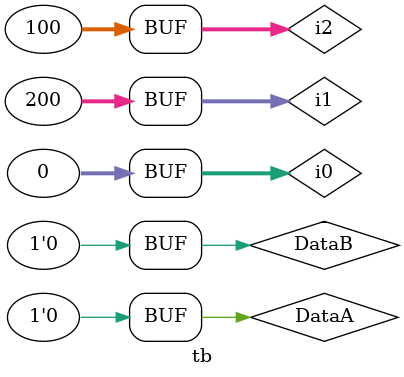
<source format=v>
`timescale 1 ns / 1 ps
module tb;
    reg [0:0] DataA = 1'b0;
    reg [0:0] DataB = 1'b0;
    wire AEQB;

    integer i0 = 0, i1 = 0, i2 = 0;

    GSR GSR_INST (.GSR(1'b1));
    PUR PUR_INST (.PUR(1'b1));

    comp u1 (.DataA(DataA), .DataB(DataB), .AEQB(AEQB)
    );

    initial
    begin
       DataA <= 0;
      for (i1 = 0; i1 < 200; i1 = i1 + 1) begin
        #10;
         DataA <= DataA + 1'b1;
      end
    end
    initial
    begin
       DataB <= 0;
      for (i2 = 0; i2 < 100; i2 = i2 + 1) begin
        #10;
         DataB <= DataB + 1'b1;
      end
    end
endmodule
</source>
